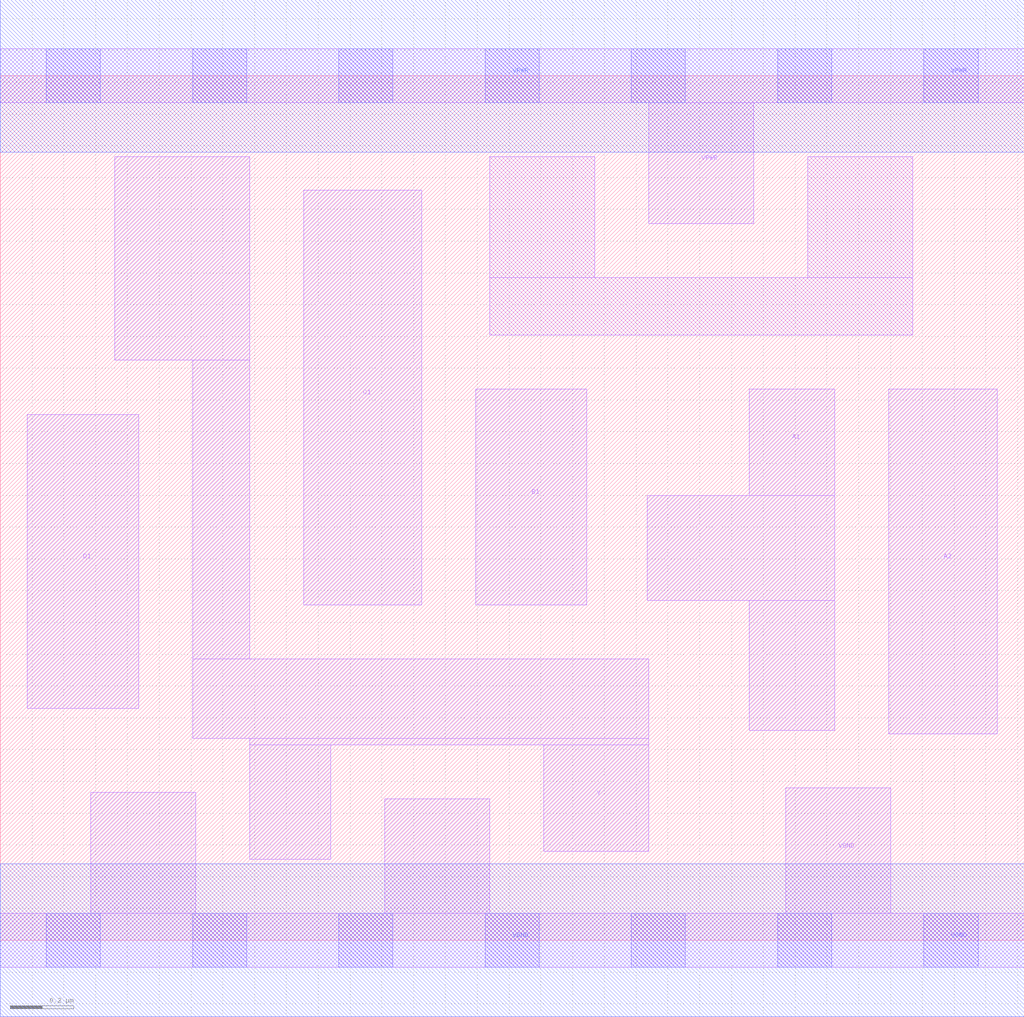
<source format=lef>
# Copyright 2020 The SkyWater PDK Authors
#
# Licensed under the Apache License, Version 2.0 (the "License");
# you may not use this file except in compliance with the License.
# You may obtain a copy of the License at
#
#     https://www.apache.org/licenses/LICENSE-2.0
#
# Unless required by applicable law or agreed to in writing, software
# distributed under the License is distributed on an "AS IS" BASIS,
# WITHOUT WARRANTIES OR CONDITIONS OF ANY KIND, either express or implied.
# See the License for the specific language governing permissions and
# limitations under the License.
#
# SPDX-License-Identifier: Apache-2.0

VERSION 5.7 ;
  NAMESCASESENSITIVE ON ;
  NOWIREEXTENSIONATPIN ON ;
  DIVIDERCHAR "/" ;
  BUSBITCHARS "[]" ;
UNITS
  DATABASE MICRONS 200 ;
END UNITS
MACRO sky130_fd_sc_hd__a2111oi_0
  CLASS CORE ;
  SOURCE USER ;
  FOREIGN sky130_fd_sc_hd__a2111oi_0 ;
  ORIGIN  0.000000  0.000000 ;
  SIZE  3.220000 BY  2.720000 ;
  SYMMETRY X Y R90 ;
  SITE unithd ;
  PIN A1
    ANTENNAGATEAREA  0.159000 ;
    DIRECTION INPUT ;
    USE SIGNAL ;
    PORT
      LAYER li1 ;
        RECT 2.035000 1.070000 2.625000 1.400000 ;
        RECT 2.355000 0.660000 2.625000 1.070000 ;
        RECT 2.355000 1.400000 2.625000 1.735000 ;
    END
  END A1
  PIN A2
    ANTENNAGATEAREA  0.159000 ;
    DIRECTION INPUT ;
    USE SIGNAL ;
    PORT
      LAYER li1 ;
        RECT 2.795000 0.650000 3.135000 1.735000 ;
    END
  END A2
  PIN B1
    ANTENNAGATEAREA  0.159000 ;
    DIRECTION INPUT ;
    USE SIGNAL ;
    PORT
      LAYER li1 ;
        RECT 1.495000 1.055000 1.845000 1.735000 ;
    END
  END B1
  PIN C1
    ANTENNAGATEAREA  0.159000 ;
    DIRECTION INPUT ;
    USE SIGNAL ;
    PORT
      LAYER li1 ;
        RECT 0.955000 1.055000 1.325000 2.360000 ;
    END
  END C1
  PIN D1
    ANTENNAGATEAREA  0.159000 ;
    DIRECTION INPUT ;
    USE SIGNAL ;
    PORT
      LAYER li1 ;
        RECT 0.085000 0.730000 0.435000 1.655000 ;
    END
  END D1
  PIN Y
    ANTENNADIFFAREA  0.424000 ;
    DIRECTION OUTPUT ;
    USE SIGNAL ;
    PORT
      LAYER li1 ;
        RECT 0.360000 1.825000 0.785000 2.465000 ;
        RECT 0.605000 0.635000 2.040000 0.885000 ;
        RECT 0.605000 0.885000 0.785000 1.825000 ;
        RECT 0.785000 0.255000 1.040000 0.615000 ;
        RECT 0.785000 0.615000 2.040000 0.635000 ;
        RECT 1.710000 0.280000 2.040000 0.615000 ;
    END
  END Y
  PIN VGND
    DIRECTION INOUT ;
    SHAPE ABUTMENT ;
    USE GROUND ;
    PORT
      LAYER li1 ;
        RECT 0.000000 -0.085000 3.220000 0.085000 ;
        RECT 0.285000  0.085000 0.615000 0.465000 ;
        RECT 1.210000  0.085000 1.540000 0.445000 ;
        RECT 2.470000  0.085000 2.800000 0.480000 ;
      LAYER mcon ;
        RECT 0.145000 -0.085000 0.315000 0.085000 ;
        RECT 0.605000 -0.085000 0.775000 0.085000 ;
        RECT 1.065000 -0.085000 1.235000 0.085000 ;
        RECT 1.525000 -0.085000 1.695000 0.085000 ;
        RECT 1.985000 -0.085000 2.155000 0.085000 ;
        RECT 2.445000 -0.085000 2.615000 0.085000 ;
        RECT 2.905000 -0.085000 3.075000 0.085000 ;
      LAYER met1 ;
        RECT 0.000000 -0.240000 3.220000 0.240000 ;
    END
  END VGND
  PIN VPWR
    DIRECTION INOUT ;
    SHAPE ABUTMENT ;
    USE POWER ;
    PORT
      LAYER li1 ;
        RECT 0.000000 2.635000 3.220000 2.805000 ;
        RECT 2.040000 2.255000 2.370000 2.635000 ;
      LAYER mcon ;
        RECT 0.145000 2.635000 0.315000 2.805000 ;
        RECT 0.605000 2.635000 0.775000 2.805000 ;
        RECT 1.065000 2.635000 1.235000 2.805000 ;
        RECT 1.525000 2.635000 1.695000 2.805000 ;
        RECT 1.985000 2.635000 2.155000 2.805000 ;
        RECT 2.445000 2.635000 2.615000 2.805000 ;
        RECT 2.905000 2.635000 3.075000 2.805000 ;
      LAYER met1 ;
        RECT 0.000000 2.480000 3.220000 2.960000 ;
    END
  END VPWR
  OBS
    LAYER li1 ;
      RECT 1.540000 1.905000 2.870000 2.085000 ;
      RECT 1.540000 2.085000 1.870000 2.465000 ;
      RECT 2.540000 2.085000 2.870000 2.465000 ;
  END
END sky130_fd_sc_hd__a2111oi_0

</source>
